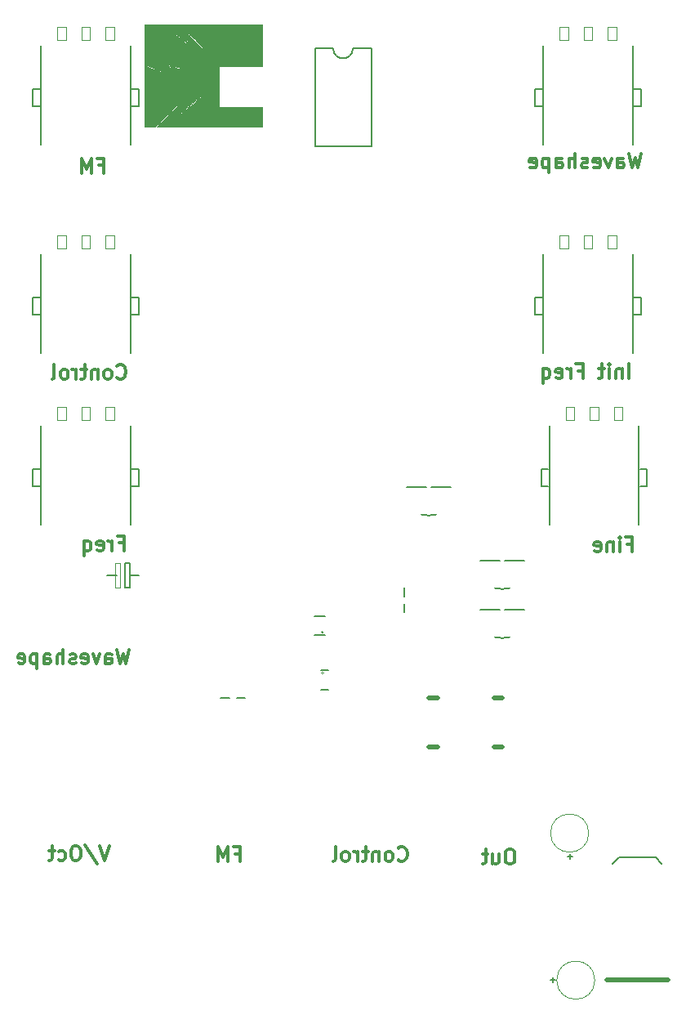
<source format=gbr>
G04 #@! TF.FileFunction,Legend,Bot*
%FSLAX46Y46*%
G04 Gerber Fmt 4.6, Leading zero omitted, Abs format (unit mm)*
G04 Created by KiCad (PCBNEW 4.0.4-stable) date 09/25/16 23:13:10*
%MOMM*%
%LPD*%
G01*
G04 APERTURE LIST*
%ADD10C,0.100000*%
%ADD11C,0.300000*%
%ADD12C,0.508000*%
%ADD13C,0.152400*%
%ADD14C,0.066040*%
%ADD15C,0.076200*%
%ADD16C,0.203200*%
%ADD17C,0.127000*%
%ADD18C,0.010000*%
G04 APERTURE END LIST*
D10*
D11*
X89009457Y-59100257D02*
X89509457Y-59100257D01*
X89509457Y-59885971D02*
X89509457Y-58385971D01*
X88795171Y-58385971D01*
X88223743Y-59885971D02*
X88223743Y-58385971D01*
X87723743Y-59457400D01*
X87223743Y-58385971D01*
X87223743Y-59885971D01*
X145216628Y-57852571D02*
X144859485Y-59352571D01*
X144573771Y-58281143D01*
X144288057Y-59352571D01*
X143930914Y-57852571D01*
X142716628Y-59352571D02*
X142716628Y-58566857D01*
X142788057Y-58424000D01*
X142930914Y-58352571D01*
X143216628Y-58352571D01*
X143359485Y-58424000D01*
X142716628Y-59281143D02*
X142859485Y-59352571D01*
X143216628Y-59352571D01*
X143359485Y-59281143D01*
X143430914Y-59138286D01*
X143430914Y-58995429D01*
X143359485Y-58852571D01*
X143216628Y-58781143D01*
X142859485Y-58781143D01*
X142716628Y-58709714D01*
X142145199Y-58352571D02*
X141788056Y-59352571D01*
X141430914Y-58352571D01*
X140288057Y-59281143D02*
X140430914Y-59352571D01*
X140716628Y-59352571D01*
X140859485Y-59281143D01*
X140930914Y-59138286D01*
X140930914Y-58566857D01*
X140859485Y-58424000D01*
X140716628Y-58352571D01*
X140430914Y-58352571D01*
X140288057Y-58424000D01*
X140216628Y-58566857D01*
X140216628Y-58709714D01*
X140930914Y-58852571D01*
X139645200Y-59281143D02*
X139502343Y-59352571D01*
X139216628Y-59352571D01*
X139073771Y-59281143D01*
X139002343Y-59138286D01*
X139002343Y-59066857D01*
X139073771Y-58924000D01*
X139216628Y-58852571D01*
X139430914Y-58852571D01*
X139573771Y-58781143D01*
X139645200Y-58638286D01*
X139645200Y-58566857D01*
X139573771Y-58424000D01*
X139430914Y-58352571D01*
X139216628Y-58352571D01*
X139073771Y-58424000D01*
X138359485Y-59352571D02*
X138359485Y-57852571D01*
X137716628Y-59352571D02*
X137716628Y-58566857D01*
X137788057Y-58424000D01*
X137930914Y-58352571D01*
X138145199Y-58352571D01*
X138288057Y-58424000D01*
X138359485Y-58495429D01*
X136359485Y-59352571D02*
X136359485Y-58566857D01*
X136430914Y-58424000D01*
X136573771Y-58352571D01*
X136859485Y-58352571D01*
X137002342Y-58424000D01*
X136359485Y-59281143D02*
X136502342Y-59352571D01*
X136859485Y-59352571D01*
X137002342Y-59281143D01*
X137073771Y-59138286D01*
X137073771Y-58995429D01*
X137002342Y-58852571D01*
X136859485Y-58781143D01*
X136502342Y-58781143D01*
X136359485Y-58709714D01*
X135645199Y-58352571D02*
X135645199Y-59852571D01*
X135645199Y-58424000D02*
X135502342Y-58352571D01*
X135216628Y-58352571D01*
X135073771Y-58424000D01*
X135002342Y-58495429D01*
X134930913Y-58638286D01*
X134930913Y-59066857D01*
X135002342Y-59209714D01*
X135073771Y-59281143D01*
X135216628Y-59352571D01*
X135502342Y-59352571D01*
X135645199Y-59281143D01*
X133716628Y-59281143D02*
X133859485Y-59352571D01*
X134145199Y-59352571D01*
X134288056Y-59281143D01*
X134359485Y-59138286D01*
X134359485Y-58566857D01*
X134288056Y-58424000D01*
X134145199Y-58352571D01*
X133859485Y-58352571D01*
X133716628Y-58424000D01*
X133645199Y-58566857D01*
X133645199Y-58709714D01*
X134359485Y-58852571D01*
X90868142Y-81079114D02*
X90939571Y-81150543D01*
X91153857Y-81221971D01*
X91296714Y-81221971D01*
X91510999Y-81150543D01*
X91653857Y-81007686D01*
X91725285Y-80864829D01*
X91796714Y-80579114D01*
X91796714Y-80364829D01*
X91725285Y-80079114D01*
X91653857Y-79936257D01*
X91510999Y-79793400D01*
X91296714Y-79721971D01*
X91153857Y-79721971D01*
X90939571Y-79793400D01*
X90868142Y-79864829D01*
X90010999Y-81221971D02*
X90153857Y-81150543D01*
X90225285Y-81079114D01*
X90296714Y-80936257D01*
X90296714Y-80507686D01*
X90225285Y-80364829D01*
X90153857Y-80293400D01*
X90010999Y-80221971D01*
X89796714Y-80221971D01*
X89653857Y-80293400D01*
X89582428Y-80364829D01*
X89510999Y-80507686D01*
X89510999Y-80936257D01*
X89582428Y-81079114D01*
X89653857Y-81150543D01*
X89796714Y-81221971D01*
X90010999Y-81221971D01*
X88868142Y-80221971D02*
X88868142Y-81221971D01*
X88868142Y-80364829D02*
X88796714Y-80293400D01*
X88653856Y-80221971D01*
X88439571Y-80221971D01*
X88296714Y-80293400D01*
X88225285Y-80436257D01*
X88225285Y-81221971D01*
X87725285Y-80221971D02*
X87153856Y-80221971D01*
X87510999Y-79721971D02*
X87510999Y-81007686D01*
X87439571Y-81150543D01*
X87296713Y-81221971D01*
X87153856Y-81221971D01*
X86653856Y-81221971D02*
X86653856Y-80221971D01*
X86653856Y-80507686D02*
X86582428Y-80364829D01*
X86510999Y-80293400D01*
X86368142Y-80221971D01*
X86225285Y-80221971D01*
X85510999Y-81221971D02*
X85653857Y-81150543D01*
X85725285Y-81079114D01*
X85796714Y-80936257D01*
X85796714Y-80507686D01*
X85725285Y-80364829D01*
X85653857Y-80293400D01*
X85510999Y-80221971D01*
X85296714Y-80221971D01*
X85153857Y-80293400D01*
X85082428Y-80364829D01*
X85010999Y-80507686D01*
X85010999Y-80936257D01*
X85082428Y-81079114D01*
X85153857Y-81150543D01*
X85296714Y-81221971D01*
X85510999Y-81221971D01*
X84153856Y-81221971D02*
X84296714Y-81150543D01*
X84368142Y-81007686D01*
X84368142Y-79721971D01*
X91106428Y-98216257D02*
X91606428Y-98216257D01*
X91606428Y-99001971D02*
X91606428Y-97501971D01*
X90892142Y-97501971D01*
X90320714Y-99001971D02*
X90320714Y-98001971D01*
X90320714Y-98287686D02*
X90249286Y-98144829D01*
X90177857Y-98073400D01*
X90035000Y-98001971D01*
X89892143Y-98001971D01*
X88820715Y-98930543D02*
X88963572Y-99001971D01*
X89249286Y-99001971D01*
X89392143Y-98930543D01*
X89463572Y-98787686D01*
X89463572Y-98216257D01*
X89392143Y-98073400D01*
X89249286Y-98001971D01*
X88963572Y-98001971D01*
X88820715Y-98073400D01*
X88749286Y-98216257D01*
X88749286Y-98359114D01*
X89463572Y-98501971D01*
X87463572Y-98001971D02*
X87463572Y-99501971D01*
X87463572Y-98930543D02*
X87606429Y-99001971D01*
X87892143Y-99001971D01*
X88035001Y-98930543D01*
X88106429Y-98859114D01*
X88177858Y-98716257D01*
X88177858Y-98287686D01*
X88106429Y-98144829D01*
X88035001Y-98073400D01*
X87892143Y-98001971D01*
X87606429Y-98001971D01*
X87463572Y-98073400D01*
X143961085Y-81145771D02*
X143961085Y-79645771D01*
X143246799Y-80145771D02*
X143246799Y-81145771D01*
X143246799Y-80288629D02*
X143175371Y-80217200D01*
X143032513Y-80145771D01*
X142818228Y-80145771D01*
X142675371Y-80217200D01*
X142603942Y-80360057D01*
X142603942Y-81145771D01*
X141889656Y-81145771D02*
X141889656Y-80145771D01*
X141889656Y-79645771D02*
X141961085Y-79717200D01*
X141889656Y-79788629D01*
X141818228Y-79717200D01*
X141889656Y-79645771D01*
X141889656Y-79788629D01*
X141389656Y-80145771D02*
X140818227Y-80145771D01*
X141175370Y-79645771D02*
X141175370Y-80931486D01*
X141103942Y-81074343D01*
X140961084Y-81145771D01*
X140818227Y-81145771D01*
X138675370Y-80360057D02*
X139175370Y-80360057D01*
X139175370Y-81145771D02*
X139175370Y-79645771D01*
X138461084Y-79645771D01*
X137889656Y-81145771D02*
X137889656Y-80145771D01*
X137889656Y-80431486D02*
X137818228Y-80288629D01*
X137746799Y-80217200D01*
X137603942Y-80145771D01*
X137461085Y-80145771D01*
X136389657Y-81074343D02*
X136532514Y-81145771D01*
X136818228Y-81145771D01*
X136961085Y-81074343D01*
X137032514Y-80931486D01*
X137032514Y-80360057D01*
X136961085Y-80217200D01*
X136818228Y-80145771D01*
X136532514Y-80145771D01*
X136389657Y-80217200D01*
X136318228Y-80360057D01*
X136318228Y-80502914D01*
X137032514Y-80645771D01*
X135032514Y-80145771D02*
X135032514Y-81645771D01*
X135032514Y-81074343D02*
X135175371Y-81145771D01*
X135461085Y-81145771D01*
X135603943Y-81074343D01*
X135675371Y-81002914D01*
X135746800Y-80860057D01*
X135746800Y-80431486D01*
X135675371Y-80288629D01*
X135603943Y-80217200D01*
X135461085Y-80145771D01*
X135175371Y-80145771D01*
X135032514Y-80217200D01*
X143805885Y-98317857D02*
X144305885Y-98317857D01*
X144305885Y-99103571D02*
X144305885Y-97603571D01*
X143591599Y-97603571D01*
X143020171Y-99103571D02*
X143020171Y-98103571D01*
X143020171Y-97603571D02*
X143091600Y-97675000D01*
X143020171Y-97746429D01*
X142948743Y-97675000D01*
X143020171Y-97603571D01*
X143020171Y-97746429D01*
X142305885Y-98103571D02*
X142305885Y-99103571D01*
X142305885Y-98246429D02*
X142234457Y-98175000D01*
X142091599Y-98103571D01*
X141877314Y-98103571D01*
X141734457Y-98175000D01*
X141663028Y-98317857D01*
X141663028Y-99103571D01*
X140377314Y-99032143D02*
X140520171Y-99103571D01*
X140805885Y-99103571D01*
X140948742Y-99032143D01*
X141020171Y-98889286D01*
X141020171Y-98317857D01*
X140948742Y-98175000D01*
X140805885Y-98103571D01*
X140520171Y-98103571D01*
X140377314Y-98175000D01*
X140305885Y-98317857D01*
X140305885Y-98460714D01*
X141020171Y-98603571D01*
X92156028Y-109236771D02*
X91798885Y-110736771D01*
X91513171Y-109665343D01*
X91227457Y-110736771D01*
X90870314Y-109236771D01*
X89656028Y-110736771D02*
X89656028Y-109951057D01*
X89727457Y-109808200D01*
X89870314Y-109736771D01*
X90156028Y-109736771D01*
X90298885Y-109808200D01*
X89656028Y-110665343D02*
X89798885Y-110736771D01*
X90156028Y-110736771D01*
X90298885Y-110665343D01*
X90370314Y-110522486D01*
X90370314Y-110379629D01*
X90298885Y-110236771D01*
X90156028Y-110165343D01*
X89798885Y-110165343D01*
X89656028Y-110093914D01*
X89084599Y-109736771D02*
X88727456Y-110736771D01*
X88370314Y-109736771D01*
X87227457Y-110665343D02*
X87370314Y-110736771D01*
X87656028Y-110736771D01*
X87798885Y-110665343D01*
X87870314Y-110522486D01*
X87870314Y-109951057D01*
X87798885Y-109808200D01*
X87656028Y-109736771D01*
X87370314Y-109736771D01*
X87227457Y-109808200D01*
X87156028Y-109951057D01*
X87156028Y-110093914D01*
X87870314Y-110236771D01*
X86584600Y-110665343D02*
X86441743Y-110736771D01*
X86156028Y-110736771D01*
X86013171Y-110665343D01*
X85941743Y-110522486D01*
X85941743Y-110451057D01*
X86013171Y-110308200D01*
X86156028Y-110236771D01*
X86370314Y-110236771D01*
X86513171Y-110165343D01*
X86584600Y-110022486D01*
X86584600Y-109951057D01*
X86513171Y-109808200D01*
X86370314Y-109736771D01*
X86156028Y-109736771D01*
X86013171Y-109808200D01*
X85298885Y-110736771D02*
X85298885Y-109236771D01*
X84656028Y-110736771D02*
X84656028Y-109951057D01*
X84727457Y-109808200D01*
X84870314Y-109736771D01*
X85084599Y-109736771D01*
X85227457Y-109808200D01*
X85298885Y-109879629D01*
X83298885Y-110736771D02*
X83298885Y-109951057D01*
X83370314Y-109808200D01*
X83513171Y-109736771D01*
X83798885Y-109736771D01*
X83941742Y-109808200D01*
X83298885Y-110665343D02*
X83441742Y-110736771D01*
X83798885Y-110736771D01*
X83941742Y-110665343D01*
X84013171Y-110522486D01*
X84013171Y-110379629D01*
X83941742Y-110236771D01*
X83798885Y-110165343D01*
X83441742Y-110165343D01*
X83298885Y-110093914D01*
X82584599Y-109736771D02*
X82584599Y-111236771D01*
X82584599Y-109808200D02*
X82441742Y-109736771D01*
X82156028Y-109736771D01*
X82013171Y-109808200D01*
X81941742Y-109879629D01*
X81870313Y-110022486D01*
X81870313Y-110451057D01*
X81941742Y-110593914D01*
X82013171Y-110665343D01*
X82156028Y-110736771D01*
X82441742Y-110736771D01*
X82584599Y-110665343D01*
X80656028Y-110665343D02*
X80798885Y-110736771D01*
X81084599Y-110736771D01*
X81227456Y-110665343D01*
X81298885Y-110522486D01*
X81298885Y-109951057D01*
X81227456Y-109808200D01*
X81084599Y-109736771D01*
X80798885Y-109736771D01*
X80656028Y-109808200D01*
X80584599Y-109951057D01*
X80584599Y-110093914D01*
X81298885Y-110236771D01*
X90087057Y-129607571D02*
X89587057Y-131107571D01*
X89087057Y-129607571D01*
X87515629Y-129536143D02*
X88801343Y-131464714D01*
X86729914Y-129607571D02*
X86444200Y-129607571D01*
X86301342Y-129679000D01*
X86158485Y-129821857D01*
X86087057Y-130107571D01*
X86087057Y-130607571D01*
X86158485Y-130893286D01*
X86301342Y-131036143D01*
X86444200Y-131107571D01*
X86729914Y-131107571D01*
X86872771Y-131036143D01*
X87015628Y-130893286D01*
X87087057Y-130607571D01*
X87087057Y-130107571D01*
X87015628Y-129821857D01*
X86872771Y-129679000D01*
X86729914Y-129607571D01*
X84801342Y-131036143D02*
X84944199Y-131107571D01*
X85229913Y-131107571D01*
X85372771Y-131036143D01*
X85444199Y-130964714D01*
X85515628Y-130821857D01*
X85515628Y-130393286D01*
X85444199Y-130250429D01*
X85372771Y-130179000D01*
X85229913Y-130107571D01*
X84944199Y-130107571D01*
X84801342Y-130179000D01*
X84372771Y-130107571D02*
X83801342Y-130107571D01*
X84158485Y-129607571D02*
X84158485Y-130893286D01*
X84087057Y-131036143D01*
X83944199Y-131107571D01*
X83801342Y-131107571D01*
X103157257Y-130398057D02*
X103657257Y-130398057D01*
X103657257Y-131183771D02*
X103657257Y-129683771D01*
X102942971Y-129683771D01*
X102371543Y-131183771D02*
X102371543Y-129683771D01*
X101871543Y-130755200D01*
X101371543Y-129683771D01*
X101371543Y-131183771D01*
X120027342Y-131040914D02*
X120098771Y-131112343D01*
X120313057Y-131183771D01*
X120455914Y-131183771D01*
X120670199Y-131112343D01*
X120813057Y-130969486D01*
X120884485Y-130826629D01*
X120955914Y-130540914D01*
X120955914Y-130326629D01*
X120884485Y-130040914D01*
X120813057Y-129898057D01*
X120670199Y-129755200D01*
X120455914Y-129683771D01*
X120313057Y-129683771D01*
X120098771Y-129755200D01*
X120027342Y-129826629D01*
X119170199Y-131183771D02*
X119313057Y-131112343D01*
X119384485Y-131040914D01*
X119455914Y-130898057D01*
X119455914Y-130469486D01*
X119384485Y-130326629D01*
X119313057Y-130255200D01*
X119170199Y-130183771D01*
X118955914Y-130183771D01*
X118813057Y-130255200D01*
X118741628Y-130326629D01*
X118670199Y-130469486D01*
X118670199Y-130898057D01*
X118741628Y-131040914D01*
X118813057Y-131112343D01*
X118955914Y-131183771D01*
X119170199Y-131183771D01*
X118027342Y-130183771D02*
X118027342Y-131183771D01*
X118027342Y-130326629D02*
X117955914Y-130255200D01*
X117813056Y-130183771D01*
X117598771Y-130183771D01*
X117455914Y-130255200D01*
X117384485Y-130398057D01*
X117384485Y-131183771D01*
X116884485Y-130183771D02*
X116313056Y-130183771D01*
X116670199Y-129683771D02*
X116670199Y-130969486D01*
X116598771Y-131112343D01*
X116455913Y-131183771D01*
X116313056Y-131183771D01*
X115813056Y-131183771D02*
X115813056Y-130183771D01*
X115813056Y-130469486D02*
X115741628Y-130326629D01*
X115670199Y-130255200D01*
X115527342Y-130183771D01*
X115384485Y-130183771D01*
X114670199Y-131183771D02*
X114813057Y-131112343D01*
X114884485Y-131040914D01*
X114955914Y-130898057D01*
X114955914Y-130469486D01*
X114884485Y-130326629D01*
X114813057Y-130255200D01*
X114670199Y-130183771D01*
X114455914Y-130183771D01*
X114313057Y-130255200D01*
X114241628Y-130326629D01*
X114170199Y-130469486D01*
X114170199Y-130898057D01*
X114241628Y-131040914D01*
X114313057Y-131112343D01*
X114455914Y-131183771D01*
X114670199Y-131183771D01*
X113313056Y-131183771D02*
X113455914Y-131112343D01*
X113527342Y-130969486D01*
X113527342Y-129683771D01*
X131755200Y-129963171D02*
X131469486Y-129963171D01*
X131326628Y-130034600D01*
X131183771Y-130177457D01*
X131112343Y-130463171D01*
X131112343Y-130963171D01*
X131183771Y-131248886D01*
X131326628Y-131391743D01*
X131469486Y-131463171D01*
X131755200Y-131463171D01*
X131898057Y-131391743D01*
X132040914Y-131248886D01*
X132112343Y-130963171D01*
X132112343Y-130463171D01*
X132040914Y-130177457D01*
X131898057Y-130034600D01*
X131755200Y-129963171D01*
X129826628Y-130463171D02*
X129826628Y-131463171D01*
X130469485Y-130463171D02*
X130469485Y-131248886D01*
X130398057Y-131391743D01*
X130255199Y-131463171D01*
X130040914Y-131463171D01*
X129898057Y-131391743D01*
X129826628Y-131320314D01*
X129326628Y-130463171D02*
X128755199Y-130463171D01*
X129112342Y-129963171D02*
X129112342Y-131248886D01*
X129040914Y-131391743D01*
X128898056Y-131463171D01*
X128755199Y-131463171D01*
D12*
X141605000Y-143510000D02*
X147955000Y-143510000D01*
D13*
X142875000Y-130810000D02*
X146685000Y-130810000D01*
X142240000Y-131445000D02*
X142875000Y-130810000D01*
X146685000Y-130810000D02*
X147320000Y-131445000D01*
X104140000Y-114300000D02*
X103251000Y-114300000D01*
X102489000Y-114300000D02*
X101600000Y-114300000D01*
D14*
X91186000Y-102870000D02*
X90678000Y-102870000D01*
X90678000Y-102870000D02*
X90678000Y-100330000D01*
X91186000Y-100330000D02*
X90678000Y-100330000D01*
X91186000Y-102870000D02*
X91186000Y-100330000D01*
D13*
X93091000Y-101600000D02*
X92202000Y-101600000D01*
X92202000Y-101600000D02*
X92202000Y-102870000D01*
X92202000Y-102870000D02*
X91694000Y-102870000D01*
X91694000Y-102870000D02*
X91694000Y-100330000D01*
X91694000Y-100330000D02*
X92202000Y-100330000D01*
X92202000Y-100330000D02*
X92202000Y-101600000D01*
X90805000Y-101600000D02*
X89789000Y-101600000D01*
X120650000Y-102870000D02*
X120650000Y-103759000D01*
X120650000Y-104521000D02*
X120650000Y-105410000D01*
X137795000Y-130429000D02*
X137795000Y-130937000D01*
X138049000Y-130683000D02*
X137541000Y-130683000D01*
D15*
X139770656Y-128270000D02*
G75*
G03X139770656Y-128270000I-1975656J0D01*
G01*
D13*
X136271000Y-143510000D02*
X135763000Y-143510000D01*
X136017000Y-143764000D02*
X136017000Y-143256000D01*
D15*
X140405656Y-143510000D02*
G75*
G03X140405656Y-143510000I-1975656J0D01*
G01*
D14*
X84706460Y-66337180D02*
X85557360Y-66337180D01*
X85557360Y-66337180D02*
X85557360Y-67660520D01*
X84706460Y-67660520D02*
X85557360Y-67660520D01*
X84706460Y-66337180D02*
X84706460Y-67660520D01*
X87205820Y-66337180D02*
X88054180Y-66337180D01*
X88054180Y-66337180D02*
X88054180Y-67660520D01*
X87205820Y-67660520D02*
X88054180Y-67660520D01*
X87205820Y-66337180D02*
X87205820Y-67660520D01*
X89702640Y-66337180D02*
X90553540Y-66337180D01*
X90553540Y-66337180D02*
X90553540Y-67660520D01*
X89702640Y-67660520D02*
X90553540Y-67660520D01*
X89702640Y-66337180D02*
X89702640Y-67660520D01*
D16*
X92278200Y-78508860D02*
X92278200Y-68310760D01*
X82981800Y-68310760D02*
X82981800Y-78508860D01*
X82880200Y-74559160D02*
X82130900Y-74559160D01*
X82130900Y-74559160D02*
X82130900Y-72760840D01*
X82130900Y-72760840D02*
X82880200Y-72760840D01*
X92379800Y-72760840D02*
X93129100Y-72760840D01*
X93129100Y-72760840D02*
X93129100Y-74559160D01*
X93129100Y-74559160D02*
X92379800Y-74559160D01*
D12*
X130810000Y-119380000D02*
X129921000Y-119380000D01*
X123190000Y-119380000D02*
X124079000Y-119380000D01*
X123190000Y-114300000D02*
X124079000Y-114300000D01*
X130810000Y-114300000D02*
X129921000Y-114300000D01*
D14*
X137411460Y-84117180D02*
X138262360Y-84117180D01*
X138262360Y-84117180D02*
X138262360Y-85440520D01*
X137411460Y-85440520D02*
X138262360Y-85440520D01*
X137411460Y-84117180D02*
X137411460Y-85440520D01*
X139910820Y-84117180D02*
X140759180Y-84117180D01*
X140759180Y-84117180D02*
X140759180Y-85440520D01*
X139910820Y-85440520D02*
X140759180Y-85440520D01*
X139910820Y-84117180D02*
X139910820Y-85440520D01*
X142407640Y-84117180D02*
X143258540Y-84117180D01*
X143258540Y-84117180D02*
X143258540Y-85440520D01*
X142407640Y-85440520D02*
X143258540Y-85440520D01*
X142407640Y-84117180D02*
X142407640Y-85440520D01*
D16*
X144983200Y-96288860D02*
X144983200Y-86090760D01*
X135686800Y-86090760D02*
X135686800Y-96288860D01*
X135585200Y-92339160D02*
X134835900Y-92339160D01*
X134835900Y-92339160D02*
X134835900Y-90540840D01*
X134835900Y-90540840D02*
X135585200Y-90540840D01*
X145084800Y-90540840D02*
X145834100Y-90540840D01*
X145834100Y-90540840D02*
X145834100Y-92339160D01*
X145834100Y-92339160D02*
X145084800Y-92339160D01*
D14*
X84706460Y-44747180D02*
X85557360Y-44747180D01*
X85557360Y-44747180D02*
X85557360Y-46070520D01*
X84706460Y-46070520D02*
X85557360Y-46070520D01*
X84706460Y-44747180D02*
X84706460Y-46070520D01*
X87205820Y-44747180D02*
X88054180Y-44747180D01*
X88054180Y-44747180D02*
X88054180Y-46070520D01*
X87205820Y-46070520D02*
X88054180Y-46070520D01*
X87205820Y-44747180D02*
X87205820Y-46070520D01*
X89702640Y-44747180D02*
X90553540Y-44747180D01*
X90553540Y-44747180D02*
X90553540Y-46070520D01*
X89702640Y-46070520D02*
X90553540Y-46070520D01*
X89702640Y-44747180D02*
X89702640Y-46070520D01*
D16*
X92278200Y-56918860D02*
X92278200Y-46720760D01*
X82981800Y-46720760D02*
X82981800Y-56918860D01*
X82880200Y-52969160D02*
X82130900Y-52969160D01*
X82130900Y-52969160D02*
X82130900Y-51170840D01*
X82130900Y-51170840D02*
X82880200Y-51170840D01*
X92379800Y-51170840D02*
X93129100Y-51170840D01*
X93129100Y-51170840D02*
X93129100Y-52969160D01*
X93129100Y-52969160D02*
X92379800Y-52969160D01*
D14*
X84706460Y-84117180D02*
X85557360Y-84117180D01*
X85557360Y-84117180D02*
X85557360Y-85440520D01*
X84706460Y-85440520D02*
X85557360Y-85440520D01*
X84706460Y-84117180D02*
X84706460Y-85440520D01*
X87205820Y-84117180D02*
X88054180Y-84117180D01*
X88054180Y-84117180D02*
X88054180Y-85440520D01*
X87205820Y-85440520D02*
X88054180Y-85440520D01*
X87205820Y-84117180D02*
X87205820Y-85440520D01*
X89702640Y-84117180D02*
X90553540Y-84117180D01*
X90553540Y-84117180D02*
X90553540Y-85440520D01*
X89702640Y-85440520D02*
X90553540Y-85440520D01*
X89702640Y-84117180D02*
X89702640Y-85440520D01*
D16*
X92278200Y-96288860D02*
X92278200Y-86090760D01*
X82981800Y-86090760D02*
X82981800Y-96288860D01*
X82880200Y-92339160D02*
X82130900Y-92339160D01*
X82130900Y-92339160D02*
X82130900Y-90540840D01*
X82130900Y-90540840D02*
X82880200Y-90540840D01*
X92379800Y-90540840D02*
X93129100Y-90540840D01*
X93129100Y-90540840D02*
X93129100Y-92339160D01*
X93129100Y-92339160D02*
X92379800Y-92339160D01*
D13*
X117221000Y-57150000D02*
X117221000Y-46990000D01*
X111379000Y-46990000D02*
X111379000Y-57150000D01*
X117221000Y-57150000D02*
X111379000Y-57150000D01*
X117221000Y-46990000D02*
X115316000Y-46990000D01*
X111379000Y-46990000D02*
X113284000Y-46990000D01*
X113284000Y-46990000D02*
G75*
G03X115316000Y-46990000I1016000J0D01*
G01*
D14*
X136776460Y-66337180D02*
X137627360Y-66337180D01*
X137627360Y-66337180D02*
X137627360Y-67660520D01*
X136776460Y-67660520D02*
X137627360Y-67660520D01*
X136776460Y-66337180D02*
X136776460Y-67660520D01*
X139275820Y-66337180D02*
X140124180Y-66337180D01*
X140124180Y-66337180D02*
X140124180Y-67660520D01*
X139275820Y-67660520D02*
X140124180Y-67660520D01*
X139275820Y-66337180D02*
X139275820Y-67660520D01*
X141772640Y-66337180D02*
X142623540Y-66337180D01*
X142623540Y-66337180D02*
X142623540Y-67660520D01*
X141772640Y-67660520D02*
X142623540Y-67660520D01*
X141772640Y-66337180D02*
X141772640Y-67660520D01*
D16*
X144348200Y-78508860D02*
X144348200Y-68310760D01*
X135051800Y-68310760D02*
X135051800Y-78508860D01*
X134950200Y-74559160D02*
X134200900Y-74559160D01*
X134200900Y-74559160D02*
X134200900Y-72760840D01*
X134200900Y-72760840D02*
X134950200Y-72760840D01*
X144449800Y-72760840D02*
X145199100Y-72760840D01*
X145199100Y-72760840D02*
X145199100Y-74559160D01*
X145199100Y-74559160D02*
X144449800Y-74559160D01*
D13*
X120937020Y-92456000D02*
X122905520Y-92456000D01*
X123474480Y-92456000D02*
X125442980Y-92456000D01*
X123972832Y-95258244D02*
G75*
G02X122405140Y-95257620I-782832J2548244D01*
G01*
D16*
X111363360Y-105783780D02*
X112460640Y-105783780D01*
X112460640Y-107780220D02*
X111363360Y-107780220D01*
D10*
X112265091Y-107480500D02*
G75*
G03X112265091Y-107480500I-104171J0D01*
G01*
D13*
X128557020Y-105156000D02*
X130525520Y-105156000D01*
X131094480Y-105156000D02*
X133062980Y-105156000D01*
X131592832Y-107958244D02*
G75*
G02X130025140Y-107957620I-782832J2548244D01*
G01*
X128557020Y-100076000D02*
X130525520Y-100076000D01*
X131094480Y-100076000D02*
X133062980Y-100076000D01*
X131592832Y-102878244D02*
G75*
G02X130025140Y-102877620I-782832J2548244D01*
G01*
D17*
X111996220Y-113393220D02*
X112793780Y-113393220D01*
X111996220Y-111396780D02*
X112793780Y-111396780D01*
D10*
X112336972Y-111696500D02*
G75*
G03X112336972Y-111696500I-140092J0D01*
G01*
D14*
X136776460Y-44747180D02*
X137627360Y-44747180D01*
X137627360Y-44747180D02*
X137627360Y-46070520D01*
X136776460Y-46070520D02*
X137627360Y-46070520D01*
X136776460Y-44747180D02*
X136776460Y-46070520D01*
X139275820Y-44747180D02*
X140124180Y-44747180D01*
X140124180Y-44747180D02*
X140124180Y-46070520D01*
X139275820Y-46070520D02*
X140124180Y-46070520D01*
X139275820Y-44747180D02*
X139275820Y-46070520D01*
X141772640Y-44747180D02*
X142623540Y-44747180D01*
X142623540Y-44747180D02*
X142623540Y-46070520D01*
X141772640Y-46070520D02*
X142623540Y-46070520D01*
X141772640Y-44747180D02*
X141772640Y-46070520D01*
D16*
X144348200Y-56918860D02*
X144348200Y-46720760D01*
X135051800Y-46720760D02*
X135051800Y-56918860D01*
X134950200Y-52969160D02*
X134200900Y-52969160D01*
X134200900Y-52969160D02*
X134200900Y-51170840D01*
X134200900Y-51170840D02*
X134950200Y-51170840D01*
X144449800Y-51170840D02*
X145199100Y-51170840D01*
X145199100Y-51170840D02*
X145199100Y-52969160D01*
X145199100Y-52969160D02*
X144449800Y-52969160D01*
D18*
G36*
X96890459Y-45432264D02*
X97122626Y-45618980D01*
X97339678Y-45792040D01*
X97536661Y-45947599D01*
X97708618Y-46081816D01*
X97850597Y-46190848D01*
X97957642Y-46270852D01*
X98024799Y-46317986D01*
X98046986Y-46329201D01*
X98060584Y-46291568D01*
X98084327Y-46204219D01*
X98115060Y-46079528D01*
X98149627Y-45929872D01*
X98155429Y-45903869D01*
X98191022Y-45749098D01*
X98224128Y-45615142D01*
X98251333Y-45515151D01*
X98269226Y-45462273D01*
X98270799Y-45459369D01*
X98293715Y-45465677D01*
X98349696Y-45507571D01*
X98440324Y-45586541D01*
X98567182Y-45704077D01*
X98731852Y-45861669D01*
X98935917Y-46060808D01*
X99180959Y-46302985D01*
X99430834Y-46551971D01*
X99692661Y-46814176D01*
X99912093Y-47035213D01*
X100092137Y-47218308D01*
X100235799Y-47366689D01*
X100346088Y-47483581D01*
X100426010Y-47572211D01*
X100478573Y-47635805D01*
X100506784Y-47677590D01*
X100513650Y-47700791D01*
X100507888Y-47707516D01*
X100485325Y-47704078D01*
X100445418Y-47680165D01*
X100384809Y-47632658D01*
X100300140Y-47558438D01*
X100188053Y-47454387D01*
X100045191Y-47317385D01*
X99868194Y-47144315D01*
X99653706Y-46932056D01*
X99398369Y-46677491D01*
X99391456Y-46670581D01*
X99177912Y-46457673D01*
X98978220Y-46259668D01*
X98796812Y-46080881D01*
X98638116Y-45925626D01*
X98506565Y-45798218D01*
X98406586Y-45702973D01*
X98342612Y-45644204D01*
X98319115Y-45626161D01*
X98307744Y-45660898D01*
X98285946Y-45745651D01*
X98256670Y-45868359D01*
X98222867Y-46016962D01*
X98216540Y-46045480D01*
X98181318Y-46200017D01*
X98148942Y-46333272D01*
X98122703Y-46432295D01*
X98105890Y-46484135D01*
X98104360Y-46487081D01*
X98071457Y-46481574D01*
X97993189Y-46434490D01*
X97871175Y-46346961D01*
X97707038Y-46220124D01*
X97594513Y-46130076D01*
X97242426Y-45845378D01*
X96936636Y-45597821D01*
X96673966Y-45384744D01*
X96451237Y-45203485D01*
X96265270Y-45051379D01*
X96112889Y-44925766D01*
X95990913Y-44823982D01*
X95896166Y-44743366D01*
X95825468Y-44681254D01*
X95775643Y-44634983D01*
X95743510Y-44601893D01*
X95725893Y-44579319D01*
X95719613Y-44564600D01*
X95719705Y-44559482D01*
X95714911Y-44546519D01*
X95690632Y-44536183D01*
X95640771Y-44528191D01*
X95559231Y-44522262D01*
X95439913Y-44518112D01*
X95276721Y-44515459D01*
X95063558Y-44514021D01*
X94794325Y-44513514D01*
X94727517Y-44513500D01*
X93726000Y-44513500D01*
X93726000Y-46587833D01*
X93726165Y-47008618D01*
X93726718Y-47370153D01*
X93727752Y-47676686D01*
X93729358Y-47932467D01*
X93731627Y-48141743D01*
X93734650Y-48308765D01*
X93738518Y-48437780D01*
X93743323Y-48533037D01*
X93749156Y-48598786D01*
X93756108Y-48639276D01*
X93764271Y-48658754D01*
X93770540Y-48662166D01*
X93808038Y-48673897D01*
X93898331Y-48707528D01*
X94035528Y-48760715D01*
X94213735Y-48831115D01*
X94427058Y-48916383D01*
X94669604Y-49014175D01*
X94935480Y-49122149D01*
X95218791Y-49237960D01*
X95231938Y-49243352D01*
X95514639Y-49358892D01*
X95779157Y-49466185D01*
X96019757Y-49562963D01*
X96230709Y-49646959D01*
X96406279Y-49715906D01*
X96540736Y-49767536D01*
X96628347Y-49799584D01*
X96663380Y-49809780D01*
X96663700Y-49809633D01*
X96655946Y-49777452D01*
X96625538Y-49696598D01*
X96576208Y-49576157D01*
X96511689Y-49425215D01*
X96435712Y-49252857D01*
X96427155Y-49233739D01*
X96351447Y-49061028D01*
X96288449Y-48909872D01*
X96241535Y-48789019D01*
X96214082Y-48707214D01*
X96209463Y-48673205D01*
X96210672Y-48672750D01*
X96246739Y-48680843D01*
X96338744Y-48704177D01*
X96481348Y-48741333D01*
X96669212Y-48790891D01*
X96896999Y-48851432D01*
X97159371Y-48921536D01*
X97450988Y-48999784D01*
X97766513Y-49084757D01*
X98100607Y-49175035D01*
X98144944Y-49187038D01*
X98565755Y-49301430D01*
X98927771Y-49400839D01*
X99233705Y-49486063D01*
X99486270Y-49557902D01*
X99688179Y-49617156D01*
X99842144Y-49664622D01*
X99950879Y-49701101D01*
X100017095Y-49727392D01*
X100043506Y-49744293D01*
X100044250Y-49746632D01*
X100045204Y-49758214D01*
X100045097Y-49767862D01*
X100039480Y-49774496D01*
X100023905Y-49777034D01*
X99993920Y-49774397D01*
X99945078Y-49765503D01*
X99872928Y-49749273D01*
X99773022Y-49724626D01*
X99640908Y-49690481D01*
X99472139Y-49645758D01*
X99262264Y-49589376D01*
X99006834Y-49520256D01*
X98701400Y-49437315D01*
X98341512Y-49339475D01*
X98123375Y-49280177D01*
X97802223Y-49193164D01*
X97499737Y-49111734D01*
X97221400Y-49037328D01*
X96972693Y-48971387D01*
X96759099Y-48915351D01*
X96586101Y-48870659D01*
X96459179Y-48838753D01*
X96383817Y-48821072D01*
X96364379Y-48818051D01*
X96372894Y-48849421D01*
X96404074Y-48929643D01*
X96454192Y-49049814D01*
X96519520Y-49201031D01*
X96596330Y-49374391D01*
X96611057Y-49407193D01*
X96689526Y-49583624D01*
X96757155Y-49739556D01*
X96810222Y-49866076D01*
X96845001Y-49954269D01*
X96857769Y-49995224D01*
X96857445Y-49996888D01*
X96826450Y-49987697D01*
X96742295Y-49956443D01*
X96610502Y-49905327D01*
X96436590Y-49836551D01*
X96226082Y-49752317D01*
X95984497Y-49654828D01*
X95717358Y-49546284D01*
X95430186Y-49428888D01*
X95324892Y-49385676D01*
X95030765Y-49264848D01*
X94753880Y-49151116D01*
X94499898Y-49046802D01*
X94274474Y-48954229D01*
X94083269Y-48875722D01*
X93931938Y-48813603D01*
X93826141Y-48770196D01*
X93771536Y-48747823D01*
X93765688Y-48745442D01*
X93758960Y-48754173D01*
X93752988Y-48788173D01*
X93747733Y-48850547D01*
X93743157Y-48944400D01*
X93739219Y-49072836D01*
X93735881Y-49238962D01*
X93733103Y-49445881D01*
X93730847Y-49696701D01*
X93729072Y-49994524D01*
X93727741Y-50342457D01*
X93726814Y-50743605D01*
X93726251Y-51201073D01*
X93726014Y-51717965D01*
X93726000Y-51891978D01*
X93726000Y-55054500D01*
X94331124Y-55054500D01*
X94517917Y-55053168D01*
X94679567Y-55049458D01*
X94806693Y-55043799D01*
X94889913Y-55036621D01*
X94919845Y-55028352D01*
X94919615Y-55027586D01*
X94938600Y-55001769D01*
X94997432Y-54936557D01*
X95090855Y-54837256D01*
X95213614Y-54709172D01*
X95360454Y-54557610D01*
X95526121Y-54387877D01*
X95705360Y-54205278D01*
X95892915Y-54015120D01*
X96083533Y-53822707D01*
X96271958Y-53633346D01*
X96452935Y-53452343D01*
X96621210Y-53285004D01*
X96771528Y-53136635D01*
X96898633Y-53012541D01*
X96997272Y-52918028D01*
X97062189Y-52858403D01*
X97087093Y-52839055D01*
X97102746Y-52865084D01*
X97128862Y-52942659D01*
X97162370Y-53061280D01*
X97200202Y-53210450D01*
X97219382Y-53291492D01*
X97258082Y-53452634D01*
X97293596Y-53589235D01*
X97322909Y-53690531D01*
X97343010Y-53745761D01*
X97348513Y-53752750D01*
X97376768Y-53733047D01*
X97448745Y-53676644D01*
X97559475Y-53587602D01*
X97703988Y-53469978D01*
X97877312Y-53327832D01*
X98074480Y-53165223D01*
X98290519Y-52986210D01*
X98475900Y-52832000D01*
X98703681Y-52642645D01*
X98916725Y-52466412D01*
X99110045Y-52307363D01*
X99278657Y-52169557D01*
X99417574Y-52057057D01*
X99521813Y-51973924D01*
X99586387Y-51924218D01*
X99606184Y-51911250D01*
X99627144Y-51918012D01*
X99625122Y-51940147D01*
X99597128Y-51980425D01*
X99540172Y-52041617D01*
X99451264Y-52126491D01*
X99327414Y-52237820D01*
X99165632Y-52378372D01*
X98962928Y-52550919D01*
X98716312Y-52758231D01*
X98472085Y-52962054D01*
X98238791Y-53155793D01*
X98020284Y-53336284D01*
X97821407Y-53499597D01*
X97647001Y-53641803D01*
X97501907Y-53758971D01*
X97390966Y-53847171D01*
X97319020Y-53902473D01*
X97290911Y-53920945D01*
X97290903Y-53920943D01*
X97276208Y-53889397D01*
X97250830Y-53807215D01*
X97217947Y-53685731D01*
X97180736Y-53536278D01*
X97168030Y-53482677D01*
X97130741Y-53326005D01*
X97097924Y-53192975D01*
X97072504Y-53095083D01*
X97057406Y-53043825D01*
X97055199Y-53039114D01*
X97030879Y-53058210D01*
X96965890Y-53117526D01*
X96864781Y-53212703D01*
X96732102Y-53339378D01*
X96572400Y-53493190D01*
X96390226Y-53669780D01*
X96190128Y-53864785D01*
X96011798Y-54039360D01*
X94980125Y-55051333D01*
X100433188Y-55052916D01*
X105886250Y-55054500D01*
X105886250Y-53022500D01*
X101409500Y-53022500D01*
X101409500Y-48799750D01*
X105886250Y-48799750D01*
X105886250Y-44513500D01*
X95752793Y-44513500D01*
X96890459Y-45432264D01*
X96890459Y-45432264D01*
G37*
X96890459Y-45432264D02*
X97122626Y-45618980D01*
X97339678Y-45792040D01*
X97536661Y-45947599D01*
X97708618Y-46081816D01*
X97850597Y-46190848D01*
X97957642Y-46270852D01*
X98024799Y-46317986D01*
X98046986Y-46329201D01*
X98060584Y-46291568D01*
X98084327Y-46204219D01*
X98115060Y-46079528D01*
X98149627Y-45929872D01*
X98155429Y-45903869D01*
X98191022Y-45749098D01*
X98224128Y-45615142D01*
X98251333Y-45515151D01*
X98269226Y-45462273D01*
X98270799Y-45459369D01*
X98293715Y-45465677D01*
X98349696Y-45507571D01*
X98440324Y-45586541D01*
X98567182Y-45704077D01*
X98731852Y-45861669D01*
X98935917Y-46060808D01*
X99180959Y-46302985D01*
X99430834Y-46551971D01*
X99692661Y-46814176D01*
X99912093Y-47035213D01*
X100092137Y-47218308D01*
X100235799Y-47366689D01*
X100346088Y-47483581D01*
X100426010Y-47572211D01*
X100478573Y-47635805D01*
X100506784Y-47677590D01*
X100513650Y-47700791D01*
X100507888Y-47707516D01*
X100485325Y-47704078D01*
X100445418Y-47680165D01*
X100384809Y-47632658D01*
X100300140Y-47558438D01*
X100188053Y-47454387D01*
X100045191Y-47317385D01*
X99868194Y-47144315D01*
X99653706Y-46932056D01*
X99398369Y-46677491D01*
X99391456Y-46670581D01*
X99177912Y-46457673D01*
X98978220Y-46259668D01*
X98796812Y-46080881D01*
X98638116Y-45925626D01*
X98506565Y-45798218D01*
X98406586Y-45702973D01*
X98342612Y-45644204D01*
X98319115Y-45626161D01*
X98307744Y-45660898D01*
X98285946Y-45745651D01*
X98256670Y-45868359D01*
X98222867Y-46016962D01*
X98216540Y-46045480D01*
X98181318Y-46200017D01*
X98148942Y-46333272D01*
X98122703Y-46432295D01*
X98105890Y-46484135D01*
X98104360Y-46487081D01*
X98071457Y-46481574D01*
X97993189Y-46434490D01*
X97871175Y-46346961D01*
X97707038Y-46220124D01*
X97594513Y-46130076D01*
X97242426Y-45845378D01*
X96936636Y-45597821D01*
X96673966Y-45384744D01*
X96451237Y-45203485D01*
X96265270Y-45051379D01*
X96112889Y-44925766D01*
X95990913Y-44823982D01*
X95896166Y-44743366D01*
X95825468Y-44681254D01*
X95775643Y-44634983D01*
X95743510Y-44601893D01*
X95725893Y-44579319D01*
X95719613Y-44564600D01*
X95719705Y-44559482D01*
X95714911Y-44546519D01*
X95690632Y-44536183D01*
X95640771Y-44528191D01*
X95559231Y-44522262D01*
X95439913Y-44518112D01*
X95276721Y-44515459D01*
X95063558Y-44514021D01*
X94794325Y-44513514D01*
X94727517Y-44513500D01*
X93726000Y-44513500D01*
X93726000Y-46587833D01*
X93726165Y-47008618D01*
X93726718Y-47370153D01*
X93727752Y-47676686D01*
X93729358Y-47932467D01*
X93731627Y-48141743D01*
X93734650Y-48308765D01*
X93738518Y-48437780D01*
X93743323Y-48533037D01*
X93749156Y-48598786D01*
X93756108Y-48639276D01*
X93764271Y-48658754D01*
X93770540Y-48662166D01*
X93808038Y-48673897D01*
X93898331Y-48707528D01*
X94035528Y-48760715D01*
X94213735Y-48831115D01*
X94427058Y-48916383D01*
X94669604Y-49014175D01*
X94935480Y-49122149D01*
X95218791Y-49237960D01*
X95231938Y-49243352D01*
X95514639Y-49358892D01*
X95779157Y-49466185D01*
X96019757Y-49562963D01*
X96230709Y-49646959D01*
X96406279Y-49715906D01*
X96540736Y-49767536D01*
X96628347Y-49799584D01*
X96663380Y-49809780D01*
X96663700Y-49809633D01*
X96655946Y-49777452D01*
X96625538Y-49696598D01*
X96576208Y-49576157D01*
X96511689Y-49425215D01*
X96435712Y-49252857D01*
X96427155Y-49233739D01*
X96351447Y-49061028D01*
X96288449Y-48909872D01*
X96241535Y-48789019D01*
X96214082Y-48707214D01*
X96209463Y-48673205D01*
X96210672Y-48672750D01*
X96246739Y-48680843D01*
X96338744Y-48704177D01*
X96481348Y-48741333D01*
X96669212Y-48790891D01*
X96896999Y-48851432D01*
X97159371Y-48921536D01*
X97450988Y-48999784D01*
X97766513Y-49084757D01*
X98100607Y-49175035D01*
X98144944Y-49187038D01*
X98565755Y-49301430D01*
X98927771Y-49400839D01*
X99233705Y-49486063D01*
X99486270Y-49557902D01*
X99688179Y-49617156D01*
X99842144Y-49664622D01*
X99950879Y-49701101D01*
X100017095Y-49727392D01*
X100043506Y-49744293D01*
X100044250Y-49746632D01*
X100045204Y-49758214D01*
X100045097Y-49767862D01*
X100039480Y-49774496D01*
X100023905Y-49777034D01*
X99993920Y-49774397D01*
X99945078Y-49765503D01*
X99872928Y-49749273D01*
X99773022Y-49724626D01*
X99640908Y-49690481D01*
X99472139Y-49645758D01*
X99262264Y-49589376D01*
X99006834Y-49520256D01*
X98701400Y-49437315D01*
X98341512Y-49339475D01*
X98123375Y-49280177D01*
X97802223Y-49193164D01*
X97499737Y-49111734D01*
X97221400Y-49037328D01*
X96972693Y-48971387D01*
X96759099Y-48915351D01*
X96586101Y-48870659D01*
X96459179Y-48838753D01*
X96383817Y-48821072D01*
X96364379Y-48818051D01*
X96372894Y-48849421D01*
X96404074Y-48929643D01*
X96454192Y-49049814D01*
X96519520Y-49201031D01*
X96596330Y-49374391D01*
X96611057Y-49407193D01*
X96689526Y-49583624D01*
X96757155Y-49739556D01*
X96810222Y-49866076D01*
X96845001Y-49954269D01*
X96857769Y-49995224D01*
X96857445Y-49996888D01*
X96826450Y-49987697D01*
X96742295Y-49956443D01*
X96610502Y-49905327D01*
X96436590Y-49836551D01*
X96226082Y-49752317D01*
X95984497Y-49654828D01*
X95717358Y-49546284D01*
X95430186Y-49428888D01*
X95324892Y-49385676D01*
X95030765Y-49264848D01*
X94753880Y-49151116D01*
X94499898Y-49046802D01*
X94274474Y-48954229D01*
X94083269Y-48875722D01*
X93931938Y-48813603D01*
X93826141Y-48770196D01*
X93771536Y-48747823D01*
X93765688Y-48745442D01*
X93758960Y-48754173D01*
X93752988Y-48788173D01*
X93747733Y-48850547D01*
X93743157Y-48944400D01*
X93739219Y-49072836D01*
X93735881Y-49238962D01*
X93733103Y-49445881D01*
X93730847Y-49696701D01*
X93729072Y-49994524D01*
X93727741Y-50342457D01*
X93726814Y-50743605D01*
X93726251Y-51201073D01*
X93726014Y-51717965D01*
X93726000Y-51891978D01*
X93726000Y-55054500D01*
X94331124Y-55054500D01*
X94517917Y-55053168D01*
X94679567Y-55049458D01*
X94806693Y-55043799D01*
X94889913Y-55036621D01*
X94919845Y-55028352D01*
X94919615Y-55027586D01*
X94938600Y-55001769D01*
X94997432Y-54936557D01*
X95090855Y-54837256D01*
X95213614Y-54709172D01*
X95360454Y-54557610D01*
X95526121Y-54387877D01*
X95705360Y-54205278D01*
X95892915Y-54015120D01*
X96083533Y-53822707D01*
X96271958Y-53633346D01*
X96452935Y-53452343D01*
X96621210Y-53285004D01*
X96771528Y-53136635D01*
X96898633Y-53012541D01*
X96997272Y-52918028D01*
X97062189Y-52858403D01*
X97087093Y-52839055D01*
X97102746Y-52865084D01*
X97128862Y-52942659D01*
X97162370Y-53061280D01*
X97200202Y-53210450D01*
X97219382Y-53291492D01*
X97258082Y-53452634D01*
X97293596Y-53589235D01*
X97322909Y-53690531D01*
X97343010Y-53745761D01*
X97348513Y-53752750D01*
X97376768Y-53733047D01*
X97448745Y-53676644D01*
X97559475Y-53587602D01*
X97703988Y-53469978D01*
X97877312Y-53327832D01*
X98074480Y-53165223D01*
X98290519Y-52986210D01*
X98475900Y-52832000D01*
X98703681Y-52642645D01*
X98916725Y-52466412D01*
X99110045Y-52307363D01*
X99278657Y-52169557D01*
X99417574Y-52057057D01*
X99521813Y-51973924D01*
X99586387Y-51924218D01*
X99606184Y-51911250D01*
X99627144Y-51918012D01*
X99625122Y-51940147D01*
X99597128Y-51980425D01*
X99540172Y-52041617D01*
X99451264Y-52126491D01*
X99327414Y-52237820D01*
X99165632Y-52378372D01*
X98962928Y-52550919D01*
X98716312Y-52758231D01*
X98472085Y-52962054D01*
X98238791Y-53155793D01*
X98020284Y-53336284D01*
X97821407Y-53499597D01*
X97647001Y-53641803D01*
X97501907Y-53758971D01*
X97390966Y-53847171D01*
X97319020Y-53902473D01*
X97290911Y-53920945D01*
X97290903Y-53920943D01*
X97276208Y-53889397D01*
X97250830Y-53807215D01*
X97217947Y-53685731D01*
X97180736Y-53536278D01*
X97168030Y-53482677D01*
X97130741Y-53326005D01*
X97097924Y-53192975D01*
X97072504Y-53095083D01*
X97057406Y-53043825D01*
X97055199Y-53039114D01*
X97030879Y-53058210D01*
X96965890Y-53117526D01*
X96864781Y-53212703D01*
X96732102Y-53339378D01*
X96572400Y-53493190D01*
X96390226Y-53669780D01*
X96190128Y-53864785D01*
X96011798Y-54039360D01*
X94980125Y-55051333D01*
X100433188Y-55052916D01*
X105886250Y-55054500D01*
X105886250Y-53022500D01*
X101409500Y-53022500D01*
X101409500Y-48799750D01*
X105886250Y-48799750D01*
X105886250Y-44513500D01*
X95752793Y-44513500D01*
X96890459Y-45432264D01*
M02*

</source>
